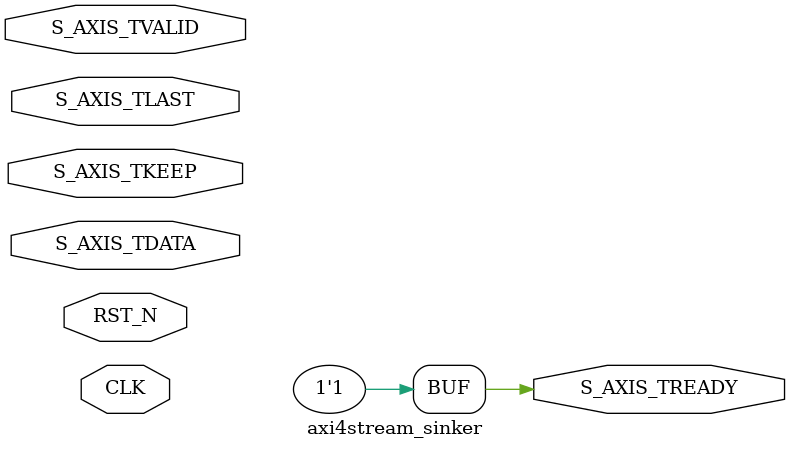
<source format=v>
/************************************************
BSD 3-Clause License

Copyright (c) 2019, HPCN Group, UAM Spain (hpcn-uam.es)
All rights reserved.


Redistribution and use in source and binary forms, with or without
modification, are permitted provided that the following conditions are met:

* Redistributions of source code must retain the above copyright notice, this
  list of conditions and the following disclaimer.

* Redistributions in binary form must reproduce the above copyright notice,
  this list of conditions and the following disclaimer in the documentation
  and/or other materials provided with the distribution.

* Neither the name of the copyright holder nor the names of its
  contributors may be used to endorse or promote products derived from
  this software without specific prior written permission.

THIS SOFTWARE IS PROVIDED BY THE COPYRIGHT HOLDERS AND CONTRIBUTORS "AS IS"
AND ANY EXPRESS OR IMPLIED WARRANTIES, INCLUDING, BUT NOT LIMITED TO, THE
IMPLIED WARRANTIES OF MERCHANTABILITY AND FITNESS FOR A PARTICULAR PURPOSE ARE
DISCLAIMED. IN NO EVENT SHALL THE COPYRIGHT HOLDER OR CONTRIBUTORS BE LIABLE
FOR ANY DIRECT, INDIRECT, INCIDENTAL, SPECIAL, EXEMPLARY, OR CONSEQUENTIAL
DAMAGES (INCLUDING, BUT NOT LIMITED TO, PROCUREMENT OF SUBSTITUTE GOODS OR
SERVICES; LOSS OF USE, DATA, OR PROFITS; OR BUSINESS INTERRUPTION) HOWEVER
CAUSED AND ON ANY THEORY OF LIABILITY, WHETHER IN CONTRACT, STRICT LIABILITY,
OR TORT (INCLUDING NEGLIGENCE OR OTHERWISE) ARISING IN ANY WAY OUT OF THE USE
OF THIS SOFTWARE, EVEN IF ADVISED OF THE POSSIBILITY OF SUCH DAMAGE.

************************************************/

module axi4stream_sinker #(
    parameter C_AXI_TDATA_WIDTH = 512
) (
    input  wire                               CLK          , // Clock
    input  wire                               RST_N        , // Rst (active low level)
    input  wire  [C_AXI_TDATA_WIDTH-1:0]      S_AXIS_TDATA ,
    input  wire                               S_AXIS_TLAST ,
    input  wire  [(C_AXI_TDATA_WIDTH/8)-1:0]  S_AXIS_TKEEP ,
    input  wire                               S_AXIS_TVALID,
    output  wire                              S_AXIS_TREADY
);
    assign S_AXIS_TREADY = 1'b1;

endmodule
</source>
